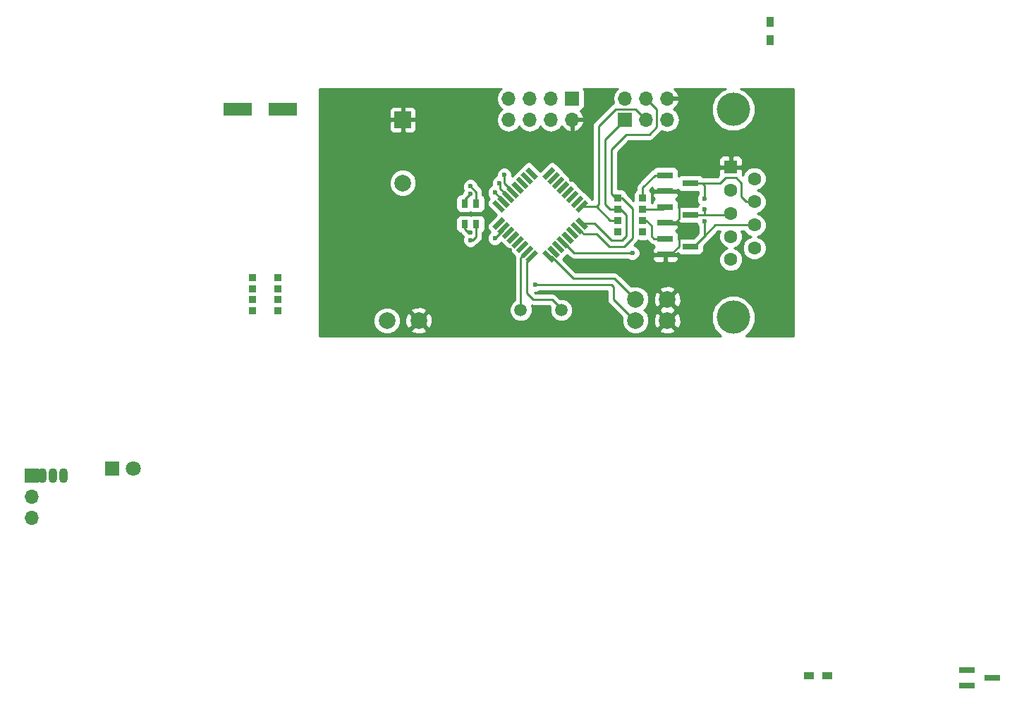
<source format=gbr>
G04 #@! TF.FileFunction,Copper,L1,Top,Signal*
%FSLAX46Y46*%
G04 Gerber Fmt 4.6, Leading zero omitted, Abs format (unit mm)*
G04 Created by KiCad (PCBNEW 4.0.7-e2-6376~58~ubuntu14.04.1) date Sat Feb  3 00:25:04 2018*
%MOMM*%
%LPD*%
G01*
G04 APERTURE LIST*
%ADD10C,0.100000*%
%ADD11C,1.998980*%
%ADD12R,3.500000X1.600000*%
%ADD13R,0.800000X1.000000*%
%ADD14R,1.700000X1.700000*%
%ADD15O,1.700000X1.700000*%
%ADD16R,1.600000X1.600000*%
%ADD17C,1.600000*%
%ADD18C,4.000000*%
%ADD19R,1.900000X0.800000*%
%ADD20C,1.500000*%
%ADD21R,1.200000X0.900000*%
%ADD22R,0.900000X1.200000*%
%ADD23R,0.900000X0.900000*%
%ADD24R,1.070000X1.800000*%
%ADD25O,1.070000X1.800000*%
%ADD26R,1.800000X1.800000*%
%ADD27C,1.800000*%
%ADD28R,2.000000X2.000000*%
%ADD29C,2.000000*%
%ADD30C,0.600000*%
%ADD31C,0.250000*%
%ADD32C,0.254000*%
G04 APERTURE END LIST*
D10*
D11*
X121920000Y-106045000D03*
X125730000Y-106045000D03*
D12*
X109380000Y-80645000D03*
X103980000Y-80645000D03*
D13*
X132653000Y-91968000D03*
X132653000Y-94468000D03*
X131253000Y-94468000D03*
X131253000Y-91968000D03*
D14*
X144145000Y-79375000D03*
D15*
X144145000Y-81915000D03*
X141605000Y-79375000D03*
X141605000Y-81915000D03*
X139065000Y-79375000D03*
X139065000Y-81915000D03*
X136525000Y-79375000D03*
X136525000Y-81915000D03*
D16*
X163195000Y-87630000D03*
D17*
X163195000Y-90400000D03*
X163195000Y-93170000D03*
X163195000Y-95940000D03*
X163195000Y-98710000D03*
X166035000Y-89015000D03*
X166035000Y-91785000D03*
X166035000Y-94555000D03*
X166035000Y-97325000D03*
D18*
X163495000Y-105670000D03*
X163495000Y-80670000D03*
D11*
X155575000Y-103505000D03*
X151765000Y-103505000D03*
D19*
X191558286Y-148044000D03*
X191558286Y-149944000D03*
X194558286Y-148994000D03*
X155345000Y-96205000D03*
X155345000Y-98105000D03*
X158345000Y-97155000D03*
X155345000Y-92395000D03*
X155345000Y-94295000D03*
X158345000Y-93345000D03*
X155345000Y-88585000D03*
X155345000Y-90485000D03*
X158345000Y-89535000D03*
D20*
X142875000Y-104775000D03*
X137995000Y-104775000D03*
D21*
X172594000Y-148694000D03*
X174794000Y-148694000D03*
D22*
X167894000Y-70147000D03*
X167894000Y-72347000D03*
D23*
X105815000Y-100870000D03*
X105815000Y-104870000D03*
X105815000Y-102210000D03*
X105815000Y-103530000D03*
X108815000Y-102210000D03*
X108815000Y-100870000D03*
X108815000Y-104870000D03*
X108815000Y-103530000D03*
X149630000Y-91345000D03*
X149630000Y-95345000D03*
X149630000Y-92685000D03*
X149630000Y-94005000D03*
X152630000Y-92685000D03*
X152630000Y-91345000D03*
X152630000Y-95345000D03*
X152630000Y-94005000D03*
D11*
X155575000Y-106045000D03*
X151765000Y-106045000D03*
D10*
G36*
X134978666Y-95130445D02*
X134589757Y-94741536D01*
X135721128Y-93610165D01*
X136110037Y-93999074D01*
X134978666Y-95130445D01*
X134978666Y-95130445D01*
G37*
G36*
X135544352Y-95696130D02*
X135155443Y-95307221D01*
X136286814Y-94175850D01*
X136675723Y-94564759D01*
X135544352Y-95696130D01*
X135544352Y-95696130D01*
G37*
G36*
X136110037Y-96261816D02*
X135721128Y-95872907D01*
X136852499Y-94741536D01*
X137241408Y-95130445D01*
X136110037Y-96261816D01*
X136110037Y-96261816D01*
G37*
G36*
X136675722Y-96827501D02*
X136286813Y-96438592D01*
X137418184Y-95307221D01*
X137807093Y-95696130D01*
X136675722Y-96827501D01*
X136675722Y-96827501D01*
G37*
G36*
X137241408Y-97393187D02*
X136852499Y-97004278D01*
X137983870Y-95872907D01*
X138372779Y-96261816D01*
X137241408Y-97393187D01*
X137241408Y-97393187D01*
G37*
G36*
X137807093Y-97958872D02*
X137418184Y-97569963D01*
X138549555Y-96438592D01*
X138938464Y-96827501D01*
X137807093Y-97958872D01*
X137807093Y-97958872D01*
G37*
G36*
X138372779Y-98524557D02*
X137983870Y-98135648D01*
X139115241Y-97004277D01*
X139504150Y-97393186D01*
X138372779Y-98524557D01*
X138372779Y-98524557D01*
G37*
G36*
X138938464Y-99090243D02*
X138549555Y-98701334D01*
X139680926Y-97569963D01*
X140069835Y-97958872D01*
X138938464Y-99090243D01*
X138938464Y-99090243D01*
G37*
G36*
X142120445Y-98701334D02*
X141731536Y-99090243D01*
X140600165Y-97958872D01*
X140989074Y-97569963D01*
X142120445Y-98701334D01*
X142120445Y-98701334D01*
G37*
G36*
X142686130Y-98135648D02*
X142297221Y-98524557D01*
X141165850Y-97393186D01*
X141554759Y-97004277D01*
X142686130Y-98135648D01*
X142686130Y-98135648D01*
G37*
G36*
X143251816Y-97569963D02*
X142862907Y-97958872D01*
X141731536Y-96827501D01*
X142120445Y-96438592D01*
X143251816Y-97569963D01*
X143251816Y-97569963D01*
G37*
G36*
X143817501Y-97004278D02*
X143428592Y-97393187D01*
X142297221Y-96261816D01*
X142686130Y-95872907D01*
X143817501Y-97004278D01*
X143817501Y-97004278D01*
G37*
G36*
X144383187Y-96438592D02*
X143994278Y-96827501D01*
X142862907Y-95696130D01*
X143251816Y-95307221D01*
X144383187Y-96438592D01*
X144383187Y-96438592D01*
G37*
G36*
X144948872Y-95872907D02*
X144559963Y-96261816D01*
X143428592Y-95130445D01*
X143817501Y-94741536D01*
X144948872Y-95872907D01*
X144948872Y-95872907D01*
G37*
G36*
X145514557Y-95307221D02*
X145125648Y-95696130D01*
X143994277Y-94564759D01*
X144383186Y-94175850D01*
X145514557Y-95307221D01*
X145514557Y-95307221D01*
G37*
G36*
X146080243Y-94741536D02*
X145691334Y-95130445D01*
X144559963Y-93999074D01*
X144948872Y-93610165D01*
X146080243Y-94741536D01*
X146080243Y-94741536D01*
G37*
G36*
X144948872Y-93079835D02*
X144559963Y-92690926D01*
X145691334Y-91559555D01*
X146080243Y-91948464D01*
X144948872Y-93079835D01*
X144948872Y-93079835D01*
G37*
G36*
X144383186Y-92514150D02*
X143994277Y-92125241D01*
X145125648Y-90993870D01*
X145514557Y-91382779D01*
X144383186Y-92514150D01*
X144383186Y-92514150D01*
G37*
G36*
X143817501Y-91948464D02*
X143428592Y-91559555D01*
X144559963Y-90428184D01*
X144948872Y-90817093D01*
X143817501Y-91948464D01*
X143817501Y-91948464D01*
G37*
G36*
X143251816Y-91382779D02*
X142862907Y-90993870D01*
X143994278Y-89862499D01*
X144383187Y-90251408D01*
X143251816Y-91382779D01*
X143251816Y-91382779D01*
G37*
G36*
X142686130Y-90817093D02*
X142297221Y-90428184D01*
X143428592Y-89296813D01*
X143817501Y-89685722D01*
X142686130Y-90817093D01*
X142686130Y-90817093D01*
G37*
G36*
X142120445Y-90251408D02*
X141731536Y-89862499D01*
X142862907Y-88731128D01*
X143251816Y-89120037D01*
X142120445Y-90251408D01*
X142120445Y-90251408D01*
G37*
G36*
X141554759Y-89685723D02*
X141165850Y-89296814D01*
X142297221Y-88165443D01*
X142686130Y-88554352D01*
X141554759Y-89685723D01*
X141554759Y-89685723D01*
G37*
G36*
X140989074Y-89120037D02*
X140600165Y-88731128D01*
X141731536Y-87599757D01*
X142120445Y-87988666D01*
X140989074Y-89120037D01*
X140989074Y-89120037D01*
G37*
G36*
X140069835Y-88731128D02*
X139680926Y-89120037D01*
X138549555Y-87988666D01*
X138938464Y-87599757D01*
X140069835Y-88731128D01*
X140069835Y-88731128D01*
G37*
G36*
X139504150Y-89296814D02*
X139115241Y-89685723D01*
X137983870Y-88554352D01*
X138372779Y-88165443D01*
X139504150Y-89296814D01*
X139504150Y-89296814D01*
G37*
G36*
X138938464Y-89862499D02*
X138549555Y-90251408D01*
X137418184Y-89120037D01*
X137807093Y-88731128D01*
X138938464Y-89862499D01*
X138938464Y-89862499D01*
G37*
G36*
X138372779Y-90428184D02*
X137983870Y-90817093D01*
X136852499Y-89685722D01*
X137241408Y-89296813D01*
X138372779Y-90428184D01*
X138372779Y-90428184D01*
G37*
G36*
X137807093Y-90993870D02*
X137418184Y-91382779D01*
X136286813Y-90251408D01*
X136675722Y-89862499D01*
X137807093Y-90993870D01*
X137807093Y-90993870D01*
G37*
G36*
X137241408Y-91559555D02*
X136852499Y-91948464D01*
X135721128Y-90817093D01*
X136110037Y-90428184D01*
X137241408Y-91559555D01*
X137241408Y-91559555D01*
G37*
G36*
X136675723Y-92125241D02*
X136286814Y-92514150D01*
X135155443Y-91382779D01*
X135544352Y-90993870D01*
X136675723Y-92125241D01*
X136675723Y-92125241D01*
G37*
G36*
X136110037Y-92690926D02*
X135721128Y-93079835D01*
X134589757Y-91948464D01*
X134978666Y-91559555D01*
X136110037Y-92690926D01*
X136110037Y-92690926D01*
G37*
D24*
X79248000Y-124714000D03*
D25*
X80518000Y-124714000D03*
X81788000Y-124714000D03*
X83058000Y-124714000D03*
D14*
X150495000Y-81915000D03*
D15*
X150495000Y-79375000D03*
X153035000Y-81915000D03*
X153035000Y-79375000D03*
X155575000Y-81915000D03*
X155575000Y-79375000D03*
D26*
X88900000Y-123825000D03*
D27*
X91440000Y-123825000D03*
D14*
X79248000Y-124714000D03*
D15*
X79248000Y-127254000D03*
X79248000Y-129794000D03*
D28*
X123825000Y-81915000D03*
D29*
X123825000Y-89515000D03*
D30*
X140462000Y-105979000D03*
X131953000Y-96393000D03*
X151384000Y-97917000D03*
X136017000Y-88519000D03*
X134874000Y-96139000D03*
X139700000Y-101727000D03*
X135382000Y-89535000D03*
X134874000Y-90678000D03*
X131953000Y-89916000D03*
X131953000Y-95504000D03*
X131953000Y-90805000D03*
X160020000Y-94107000D03*
X160020000Y-92710000D03*
X160020000Y-91440000D03*
D31*
X137995000Y-104775000D02*
X137995000Y-98513427D01*
X137995000Y-98513427D02*
X138744010Y-97764417D01*
X155345000Y-94295000D02*
X156530000Y-94295000D01*
X156525000Y-90485000D02*
X155345000Y-90485000D01*
X156972000Y-90932000D02*
X156525000Y-90485000D01*
X156972000Y-93853000D02*
X156972000Y-90932000D01*
X156530000Y-94295000D02*
X156972000Y-93853000D01*
X155345000Y-98105000D02*
X156022000Y-98105000D01*
X156022000Y-98105000D02*
X156972000Y-97155000D01*
X156972000Y-97155000D02*
X156972000Y-94742000D01*
X156972000Y-94742000D02*
X156525000Y-94295000D01*
X156525000Y-94295000D02*
X155345000Y-94295000D01*
X140462000Y-105979000D02*
X140462000Y-106045000D01*
X142875000Y-104775000D02*
X142875000Y-104648000D01*
X142875000Y-104648000D02*
X141732000Y-103505000D01*
X138684000Y-98955798D02*
X139309695Y-98330103D01*
X138684000Y-102743000D02*
X138684000Y-98955798D01*
X139446000Y-103505000D02*
X138684000Y-102743000D01*
X141732000Y-103505000D02*
X139446000Y-103505000D01*
X132653000Y-94468000D02*
X132653000Y-95947000D01*
X132207000Y-96393000D02*
X131953000Y-96393000D01*
X132653000Y-95947000D02*
X132207000Y-96393000D01*
X132653000Y-94172000D02*
X132653000Y-94468000D01*
X143057361Y-96633047D02*
X143115047Y-96633047D01*
X143115047Y-96633047D02*
X144399000Y-97917000D01*
X144399000Y-97917000D02*
X151384000Y-97917000D01*
X136017000Y-88519000D02*
X136017000Y-89535000D01*
X136017000Y-89535000D02*
X137046953Y-90564953D01*
X137046953Y-90564953D02*
X137046953Y-90622639D01*
X151765000Y-106045000D02*
X151638000Y-106045000D01*
X151638000Y-106045000D02*
X149098000Y-103505000D01*
X134874000Y-96139000D02*
X135915583Y-95097417D01*
X148844000Y-101727000D02*
X139700000Y-101727000D01*
X149098000Y-101981000D02*
X148844000Y-101727000D01*
X149098000Y-103505000D02*
X149098000Y-101981000D01*
X135915583Y-95097417D02*
X135915583Y-94935990D01*
X136077010Y-94935990D02*
X135915583Y-94935990D01*
X141360305Y-98330103D02*
X141637103Y-98330103D01*
X141637103Y-98330103D02*
X144272000Y-100965000D01*
X144272000Y-100965000D02*
X149225000Y-100965000D01*
X149225000Y-100965000D02*
X151765000Y-103505000D01*
X148844000Y-89027000D02*
X148844000Y-85471000D01*
X148844000Y-90805000D02*
X148844000Y-89027000D01*
X149384000Y-91345000D02*
X148844000Y-90805000D01*
X154305000Y-80645000D02*
X153035000Y-79375000D01*
X154305000Y-82804000D02*
X154305000Y-80645000D01*
X153416000Y-83693000D02*
X154305000Y-82804000D01*
X150622000Y-83693000D02*
X153416000Y-83693000D01*
X148844000Y-85471000D02*
X150622000Y-83693000D01*
X144754417Y-94935990D02*
X144846990Y-94935990D01*
X144846990Y-94935990D02*
X145542000Y-95631000D01*
X145542000Y-95631000D02*
X147066000Y-95631000D01*
X147066000Y-95631000D02*
X148590000Y-97155000D01*
X148590000Y-97155000D02*
X150368000Y-97155000D01*
X150368000Y-97155000D02*
X151384000Y-96139000D01*
X151384000Y-96139000D02*
X151384000Y-92583000D01*
X151384000Y-92583000D02*
X150146000Y-91345000D01*
X150146000Y-91345000D02*
X149630000Y-91345000D01*
X149630000Y-91345000D02*
X149384000Y-91345000D01*
X148082000Y-89027000D02*
X148082000Y-84328000D01*
X148692000Y-92685000D02*
X148082000Y-92075000D01*
X148082000Y-92075000D02*
X148082000Y-89027000D01*
X149630000Y-92685000D02*
X148692000Y-92685000D01*
X148082000Y-84328000D02*
X150495000Y-81915000D01*
X145320103Y-94370305D02*
X146821305Y-94370305D01*
X150622000Y-93345000D02*
X149962000Y-92685000D01*
X150622000Y-95885000D02*
X150622000Y-93345000D01*
X150114000Y-96393000D02*
X150622000Y-95885000D01*
X148844000Y-96393000D02*
X150114000Y-96393000D01*
X146821305Y-94370305D02*
X148844000Y-96393000D01*
X149962000Y-92685000D02*
X149630000Y-92685000D01*
X147320000Y-89281000D02*
X147320000Y-82677000D01*
X147075305Y-92319695D02*
X147320000Y-92075000D01*
X147320000Y-92075000D02*
X147320000Y-89281000D01*
X147056695Y-92319695D02*
X147075305Y-92319695D01*
X151765000Y-80645000D02*
X153035000Y-81915000D01*
X149352000Y-80645000D02*
X151765000Y-80645000D01*
X147320000Y-82677000D02*
X149352000Y-80645000D01*
X145320103Y-92319695D02*
X147056695Y-92319695D01*
X148742000Y-94005000D02*
X149630000Y-94005000D01*
X147056695Y-92319695D02*
X148742000Y-94005000D01*
X135382000Y-89535000D02*
X135509000Y-89662000D01*
X135509000Y-89662000D02*
X135509000Y-90216056D01*
X135509000Y-90216056D02*
X136481268Y-91188324D01*
X134874000Y-90678000D02*
X135915583Y-91719583D01*
X135915583Y-91719583D02*
X135915583Y-91754010D01*
X132653000Y-91968000D02*
X132653000Y-90616000D01*
X132653000Y-90616000D02*
X131953000Y-89916000D01*
X131253000Y-94468000D02*
X131253000Y-95058000D01*
X131699000Y-95504000D02*
X131953000Y-95504000D01*
X131253000Y-95058000D02*
X131699000Y-95504000D01*
X131253000Y-94468000D02*
X131253000Y-94677000D01*
X131953000Y-90805000D02*
X131253000Y-91505000D01*
X131253000Y-91505000D02*
X131253000Y-91968000D01*
X152630000Y-94005000D02*
X153060000Y-94005000D01*
X153060000Y-94005000D02*
X153670000Y-94615000D01*
X153670000Y-94615000D02*
X153670000Y-95885000D01*
X153670000Y-95885000D02*
X153990000Y-96205000D01*
X153990000Y-96205000D02*
X155345000Y-96205000D01*
X160020000Y-95885000D02*
X160020000Y-94107000D01*
X158345000Y-97155000D02*
X158750000Y-97155000D01*
X158750000Y-97155000D02*
X160020000Y-95885000D01*
X160020000Y-95885000D02*
X161350000Y-94555000D01*
X161350000Y-94555000D02*
X166035000Y-94555000D01*
X152630000Y-92685000D02*
X155055000Y-92685000D01*
X155055000Y-92685000D02*
X155345000Y-92395000D01*
X160020000Y-93345000D02*
X160020000Y-92710000D01*
X158345000Y-93345000D02*
X160020000Y-93345000D01*
X160020000Y-93345000D02*
X163020000Y-93345000D01*
X163020000Y-93345000D02*
X163195000Y-93170000D01*
X152630000Y-91345000D02*
X152630000Y-90067000D01*
X154112000Y-88585000D02*
X155345000Y-88585000D01*
X152630000Y-90067000D02*
X154112000Y-88585000D01*
X158345000Y-89535000D02*
X159766000Y-89535000D01*
X160020000Y-89789000D02*
X160020000Y-91440000D01*
X159766000Y-89535000D02*
X160020000Y-89789000D01*
X158345000Y-89535000D02*
X161925000Y-89535000D01*
X165064000Y-91785000D02*
X166035000Y-91785000D01*
X164465000Y-91186000D02*
X165064000Y-91785000D01*
X164465000Y-89535000D02*
X164465000Y-91186000D01*
X163830000Y-88900000D02*
X164465000Y-89535000D01*
X162560000Y-88900000D02*
X163830000Y-88900000D01*
X161925000Y-89535000D02*
X162560000Y-88900000D01*
D32*
G36*
X135474946Y-78295853D02*
X135153039Y-78777622D01*
X135040000Y-79345907D01*
X135040000Y-79404093D01*
X135153039Y-79972378D01*
X135474946Y-80454147D01*
X135760578Y-80645000D01*
X135474946Y-80835853D01*
X135153039Y-81317622D01*
X135040000Y-81885907D01*
X135040000Y-81944093D01*
X135153039Y-82512378D01*
X135474946Y-82994147D01*
X135956715Y-83316054D01*
X136525000Y-83429093D01*
X137093285Y-83316054D01*
X137575054Y-82994147D01*
X137795000Y-82664974D01*
X138014946Y-82994147D01*
X138496715Y-83316054D01*
X139065000Y-83429093D01*
X139633285Y-83316054D01*
X140115054Y-82994147D01*
X140335000Y-82664974D01*
X140554946Y-82994147D01*
X141036715Y-83316054D01*
X141605000Y-83429093D01*
X142173285Y-83316054D01*
X142655054Y-82994147D01*
X142882702Y-82653447D01*
X142949817Y-82796358D01*
X143378076Y-83186645D01*
X143788110Y-83356476D01*
X144018000Y-83235155D01*
X144018000Y-82042000D01*
X144272000Y-82042000D01*
X144272000Y-83235155D01*
X144501890Y-83356476D01*
X144911924Y-83186645D01*
X145340183Y-82796358D01*
X145586486Y-82271892D01*
X145465819Y-82042000D01*
X144272000Y-82042000D01*
X144018000Y-82042000D01*
X143998000Y-82042000D01*
X143998000Y-81788000D01*
X144018000Y-81788000D01*
X144018000Y-81768000D01*
X144272000Y-81768000D01*
X144272000Y-81788000D01*
X145465819Y-81788000D01*
X145586486Y-81558108D01*
X145340183Y-81033642D01*
X145134496Y-80846192D01*
X145230317Y-80828162D01*
X145446441Y-80689090D01*
X145591431Y-80476890D01*
X145642440Y-80225000D01*
X145642440Y-78525000D01*
X145598162Y-78289683D01*
X145527583Y-78180000D01*
X149618333Y-78180000D01*
X149444946Y-78295853D01*
X149123039Y-78777622D01*
X149010000Y-79345907D01*
X149010000Y-79404093D01*
X149115034Y-79932136D01*
X149061161Y-79942852D01*
X148814599Y-80107599D01*
X146782599Y-82139599D01*
X146617852Y-82386161D01*
X146560000Y-82677000D01*
X146560000Y-91523749D01*
X146538052Y-91490655D01*
X146149143Y-91101746D01*
X146040267Y-91027354D01*
X145972366Y-90924970D01*
X145583457Y-90536061D01*
X145474584Y-90461671D01*
X145406681Y-90359284D01*
X145017772Y-89970375D01*
X144908898Y-89895984D01*
X144840996Y-89793599D01*
X144452087Y-89404690D01*
X144363278Y-89344009D01*
X144355828Y-89326024D01*
X144274115Y-89244311D01*
X144137783Y-89244311D01*
X144003222Y-89215121D01*
X143875286Y-89239194D01*
X143899194Y-89128981D01*
X143870003Y-88973843D01*
X143870003Y-88840199D01*
X143966919Y-88937114D01*
X143788290Y-88758486D01*
X143767847Y-88750018D01*
X143709625Y-88662228D01*
X143320716Y-88273319D01*
X143211840Y-88198927D01*
X143143939Y-88096543D01*
X142755030Y-87707634D01*
X142646157Y-87633244D01*
X142578254Y-87530857D01*
X142189345Y-87141948D01*
X141991642Y-87006863D01*
X141740480Y-86952379D01*
X141487909Y-86999903D01*
X141273727Y-87141948D01*
X140335000Y-88080675D01*
X139396273Y-87141948D01*
X139198570Y-87006863D01*
X138947408Y-86952379D01*
X138694837Y-86999903D01*
X138480655Y-87141948D01*
X138091746Y-87530857D01*
X138017354Y-87639733D01*
X137914970Y-87707634D01*
X137526061Y-88096543D01*
X137451671Y-88205416D01*
X137349284Y-88273319D01*
X136960375Y-88662228D01*
X136951865Y-88674683D01*
X136952162Y-88333833D01*
X136810117Y-87990057D01*
X136547327Y-87726808D01*
X136203799Y-87584162D01*
X135831833Y-87583838D01*
X135488057Y-87725883D01*
X135224808Y-87988673D01*
X135082162Y-88332201D01*
X135081888Y-88647332D01*
X134853057Y-88741883D01*
X134589808Y-89004673D01*
X134447162Y-89348201D01*
X134446838Y-89720167D01*
X134490129Y-89824940D01*
X134345057Y-89884883D01*
X134081808Y-90147673D01*
X133939162Y-90491201D01*
X133938838Y-90863167D01*
X134080883Y-91206943D01*
X134248125Y-91374478D01*
X134131948Y-91490655D01*
X133996863Y-91688358D01*
X133942379Y-91939520D01*
X133989903Y-92192091D01*
X134131948Y-92406273D01*
X135070675Y-93345000D01*
X134131948Y-94283727D01*
X133996863Y-94481430D01*
X133942379Y-94732592D01*
X133989903Y-94985163D01*
X134131948Y-95199345D01*
X134311742Y-95379139D01*
X134081808Y-95608673D01*
X133939162Y-95952201D01*
X133938838Y-96324167D01*
X134080883Y-96667943D01*
X134343673Y-96931192D01*
X134687201Y-97073838D01*
X135059167Y-97074162D01*
X135402943Y-96932117D01*
X135642837Y-96692641D01*
X135666192Y-96669327D01*
X135668626Y-96663465D01*
X135668626Y-96718430D01*
X135750339Y-96800143D01*
X135770782Y-96808611D01*
X135829004Y-96896401D01*
X136217913Y-97285310D01*
X136306722Y-97345991D01*
X136314172Y-97363976D01*
X136395885Y-97445689D01*
X136532217Y-97445689D01*
X136666778Y-97474879D01*
X136794714Y-97450806D01*
X136770806Y-97561019D01*
X136799997Y-97716157D01*
X136799997Y-97849801D01*
X136881710Y-97931514D01*
X136902153Y-97939982D01*
X136960375Y-98027772D01*
X137270012Y-98337409D01*
X137235000Y-98513427D01*
X137235000Y-103590453D01*
X137211485Y-103600169D01*
X136821539Y-103989436D01*
X136610241Y-104498298D01*
X136609760Y-105049285D01*
X136820169Y-105558515D01*
X137209436Y-105948461D01*
X137718298Y-106159759D01*
X138269285Y-106160240D01*
X138778515Y-105949831D01*
X139168461Y-105560564D01*
X139379759Y-105051702D01*
X139380240Y-104500715D01*
X139268234Y-104229640D01*
X139446000Y-104265000D01*
X141417198Y-104265000D01*
X141537260Y-104385062D01*
X141490241Y-104498298D01*
X141489760Y-105049285D01*
X141700169Y-105558515D01*
X142089436Y-105948461D01*
X142598298Y-106159759D01*
X143149285Y-106160240D01*
X143658515Y-105949831D01*
X144048461Y-105560564D01*
X144259759Y-105051702D01*
X144260240Y-104500715D01*
X144049831Y-103991485D01*
X143660564Y-103601539D01*
X143151702Y-103390241D01*
X142691641Y-103389839D01*
X142269401Y-102967599D01*
X142022839Y-102802852D01*
X141732000Y-102745000D01*
X139760802Y-102745000D01*
X139677783Y-102661981D01*
X139885167Y-102662162D01*
X140228943Y-102520117D01*
X140262118Y-102487000D01*
X148338000Y-102487000D01*
X148338000Y-103505000D01*
X148395852Y-103795839D01*
X148560599Y-104042401D01*
X150161853Y-105643655D01*
X150130794Y-105718453D01*
X150130226Y-106368694D01*
X150378538Y-106969655D01*
X150837927Y-107429846D01*
X151438453Y-107679206D01*
X152088694Y-107679774D01*
X152689655Y-107431462D01*
X152924363Y-107197163D01*
X154602443Y-107197163D01*
X154701042Y-107463965D01*
X155310582Y-107690401D01*
X155960377Y-107666341D01*
X156448958Y-107463965D01*
X156547557Y-107197163D01*
X155575000Y-106224605D01*
X154602443Y-107197163D01*
X152924363Y-107197163D01*
X153149846Y-106972073D01*
X153399206Y-106371547D01*
X153399722Y-105780582D01*
X153929599Y-105780582D01*
X153953659Y-106430377D01*
X154156035Y-106918958D01*
X154422837Y-107017557D01*
X155395395Y-106045000D01*
X155754605Y-106045000D01*
X156727163Y-107017557D01*
X156993965Y-106918958D01*
X157220401Y-106309418D01*
X157196341Y-105659623D01*
X156993965Y-105171042D01*
X156727163Y-105072443D01*
X155754605Y-106045000D01*
X155395395Y-106045000D01*
X154422837Y-105072443D01*
X154156035Y-105171042D01*
X153929599Y-105780582D01*
X153399722Y-105780582D01*
X153399774Y-105721306D01*
X153151462Y-105120345D01*
X152806520Y-104774801D01*
X152924363Y-104657163D01*
X154602443Y-104657163D01*
X154645991Y-104775000D01*
X154602443Y-104892837D01*
X155575000Y-105865395D01*
X156547557Y-104892837D01*
X156504009Y-104775000D01*
X156547557Y-104657163D01*
X155575000Y-103684605D01*
X154602443Y-104657163D01*
X152924363Y-104657163D01*
X153149846Y-104432073D01*
X153399206Y-103831547D01*
X153399722Y-103240582D01*
X153929599Y-103240582D01*
X153953659Y-103890377D01*
X154156035Y-104378958D01*
X154422837Y-104477557D01*
X155395395Y-103505000D01*
X155754605Y-103505000D01*
X156727163Y-104477557D01*
X156993965Y-104378958D01*
X157220401Y-103769418D01*
X157196341Y-103119623D01*
X156993965Y-102631042D01*
X156727163Y-102532443D01*
X155754605Y-103505000D01*
X155395395Y-103505000D01*
X154422837Y-102532443D01*
X154156035Y-102631042D01*
X153929599Y-103240582D01*
X153399722Y-103240582D01*
X153399774Y-103181306D01*
X153151462Y-102580345D01*
X152924351Y-102352837D01*
X154602443Y-102352837D01*
X155575000Y-103325395D01*
X156547557Y-102352837D01*
X156448958Y-102086035D01*
X155839418Y-101859599D01*
X155189623Y-101883659D01*
X154701042Y-102086035D01*
X154602443Y-102352837D01*
X152924351Y-102352837D01*
X152692073Y-102120154D01*
X152091547Y-101870794D01*
X151441306Y-101870226D01*
X151274111Y-101939309D01*
X149762401Y-100427599D01*
X149515839Y-100262852D01*
X149225000Y-100205000D01*
X144586802Y-100205000D01*
X143059599Y-98677797D01*
X143143939Y-98593457D01*
X143218329Y-98484584D01*
X143320716Y-98416681D01*
X143572298Y-98165100D01*
X143861599Y-98454401D01*
X144108161Y-98619148D01*
X144399000Y-98677000D01*
X150821537Y-98677000D01*
X150853673Y-98709192D01*
X151197201Y-98851838D01*
X151569167Y-98852162D01*
X151912943Y-98710117D01*
X152176192Y-98447327D01*
X152199684Y-98390750D01*
X153760000Y-98390750D01*
X153760000Y-98631310D01*
X153856673Y-98864699D01*
X154035302Y-99043327D01*
X154268691Y-99140000D01*
X155059250Y-99140000D01*
X155218000Y-98981250D01*
X155218000Y-98232000D01*
X155472000Y-98232000D01*
X155472000Y-98981250D01*
X155630750Y-99140000D01*
X156421309Y-99140000D01*
X156654698Y-99043327D01*
X156833327Y-98864699D01*
X156930000Y-98631310D01*
X156930000Y-98390750D01*
X156771250Y-98232000D01*
X155472000Y-98232000D01*
X155218000Y-98232000D01*
X153918750Y-98232000D01*
X153760000Y-98390750D01*
X152199684Y-98390750D01*
X152318838Y-98103799D01*
X152319162Y-97731833D01*
X152177117Y-97388057D01*
X151914327Y-97124808D01*
X151602483Y-96995319D01*
X151921401Y-96676401D01*
X152086148Y-96429839D01*
X152087373Y-96423682D01*
X152180000Y-96442440D01*
X153080000Y-96442440D01*
X153141135Y-96430937D01*
X153452599Y-96742401D01*
X153699160Y-96907148D01*
X153854759Y-96938099D01*
X153930910Y-97056441D01*
X154070750Y-97151990D01*
X154035302Y-97166673D01*
X153856673Y-97345301D01*
X153760000Y-97578690D01*
X153760000Y-97819250D01*
X153918750Y-97978000D01*
X155218000Y-97978000D01*
X155218000Y-97958000D01*
X155472000Y-97958000D01*
X155472000Y-97978000D01*
X156771250Y-97978000D01*
X156857262Y-97891988D01*
X156930910Y-98006441D01*
X157143110Y-98151431D01*
X157395000Y-98202440D01*
X159295000Y-98202440D01*
X159530317Y-98158162D01*
X159746441Y-98019090D01*
X159891431Y-97806890D01*
X159942440Y-97555000D01*
X159942440Y-97037362D01*
X161664802Y-95315000D01*
X161900728Y-95315000D01*
X161760250Y-95653309D01*
X161759752Y-96224187D01*
X161977757Y-96751800D01*
X162381077Y-97155824D01*
X162788850Y-97325146D01*
X162383200Y-97492757D01*
X161979176Y-97896077D01*
X161760250Y-98423309D01*
X161759752Y-98994187D01*
X161977757Y-99521800D01*
X162381077Y-99925824D01*
X162908309Y-100144750D01*
X163479187Y-100145248D01*
X164006800Y-99927243D01*
X164410824Y-99523923D01*
X164629750Y-98996691D01*
X164630248Y-98425813D01*
X164412243Y-97898200D01*
X164008923Y-97494176D01*
X163601150Y-97324854D01*
X164006800Y-97157243D01*
X164410824Y-96753923D01*
X164629750Y-96226691D01*
X164630248Y-95655813D01*
X164489427Y-95315000D01*
X164796354Y-95315000D01*
X164817757Y-95366800D01*
X165221077Y-95770824D01*
X165628850Y-95940146D01*
X165223200Y-96107757D01*
X164819176Y-96511077D01*
X164600250Y-97038309D01*
X164599752Y-97609187D01*
X164817757Y-98136800D01*
X165221077Y-98540824D01*
X165748309Y-98759750D01*
X166319187Y-98760248D01*
X166846800Y-98542243D01*
X167250824Y-98138923D01*
X167469750Y-97611691D01*
X167470248Y-97040813D01*
X167252243Y-96513200D01*
X166848923Y-96109176D01*
X166441150Y-95939854D01*
X166846800Y-95772243D01*
X167250824Y-95368923D01*
X167469750Y-94841691D01*
X167470248Y-94270813D01*
X167252243Y-93743200D01*
X166848923Y-93339176D01*
X166441150Y-93169854D01*
X166846800Y-93002243D01*
X167250824Y-92598923D01*
X167469750Y-92071691D01*
X167470248Y-91500813D01*
X167252243Y-90973200D01*
X166848923Y-90569176D01*
X166441150Y-90399854D01*
X166846800Y-90232243D01*
X167250824Y-89828923D01*
X167469750Y-89301691D01*
X167470248Y-88730813D01*
X167252243Y-88203200D01*
X166848923Y-87799176D01*
X166321691Y-87580250D01*
X165750813Y-87579752D01*
X165223200Y-87797757D01*
X164819176Y-88201077D01*
X164639232Y-88634430D01*
X164609823Y-88605021D01*
X164630000Y-88556309D01*
X164630000Y-87915750D01*
X164471250Y-87757000D01*
X163322000Y-87757000D01*
X163322000Y-87777000D01*
X163068000Y-87777000D01*
X163068000Y-87757000D01*
X161918750Y-87757000D01*
X161760000Y-87915750D01*
X161760000Y-88556309D01*
X161780177Y-88605021D01*
X161610198Y-88775000D01*
X159817931Y-88775000D01*
X159759090Y-88683559D01*
X159546890Y-88538569D01*
X159295000Y-88487560D01*
X157395000Y-88487560D01*
X157159683Y-88531838D01*
X156943559Y-88670910D01*
X156942440Y-88672548D01*
X156942440Y-88185000D01*
X156898162Y-87949683D01*
X156759090Y-87733559D01*
X156546890Y-87588569D01*
X156295000Y-87537560D01*
X154395000Y-87537560D01*
X154159683Y-87581838D01*
X153943559Y-87720910D01*
X153834757Y-87880148D01*
X153821161Y-87882852D01*
X153821159Y-87882853D01*
X153821160Y-87882853D01*
X153574598Y-88047599D01*
X152092599Y-89529599D01*
X151927852Y-89776161D01*
X151870000Y-90067000D01*
X151870000Y-90339895D01*
X151728559Y-90430910D01*
X151583569Y-90643110D01*
X151532560Y-90895000D01*
X151532560Y-91656758D01*
X150717390Y-90841588D01*
X150683162Y-90659683D01*
X150544090Y-90443559D01*
X150331890Y-90298569D01*
X150080000Y-90247560D01*
X149604000Y-90247560D01*
X149604000Y-86703691D01*
X161760000Y-86703691D01*
X161760000Y-87344250D01*
X161918750Y-87503000D01*
X163068000Y-87503000D01*
X163068000Y-86353750D01*
X163322000Y-86353750D01*
X163322000Y-87503000D01*
X164471250Y-87503000D01*
X164630000Y-87344250D01*
X164630000Y-86703691D01*
X164533327Y-86470302D01*
X164354699Y-86291673D01*
X164121310Y-86195000D01*
X163480750Y-86195000D01*
X163322000Y-86353750D01*
X163068000Y-86353750D01*
X162909250Y-86195000D01*
X162268690Y-86195000D01*
X162035301Y-86291673D01*
X161856673Y-86470302D01*
X161760000Y-86703691D01*
X149604000Y-86703691D01*
X149604000Y-85785802D01*
X150936802Y-84453000D01*
X153416000Y-84453000D01*
X153706839Y-84395148D01*
X153953401Y-84230401D01*
X154842401Y-83341401D01*
X154904826Y-83247974D01*
X155006715Y-83316054D01*
X155575000Y-83429093D01*
X156143285Y-83316054D01*
X156625054Y-82994147D01*
X156946961Y-82512378D01*
X157060000Y-81944093D01*
X157060000Y-81885907D01*
X156946961Y-81317622D01*
X156625054Y-80835853D01*
X156341899Y-80646655D01*
X156341924Y-80646645D01*
X156770183Y-80256358D01*
X157016486Y-79731892D01*
X156895819Y-79502000D01*
X155702000Y-79502000D01*
X155702000Y-79522000D01*
X155448000Y-79522000D01*
X155448000Y-79502000D01*
X155428000Y-79502000D01*
X155428000Y-79248000D01*
X155448000Y-79248000D01*
X155448000Y-79228000D01*
X155702000Y-79228000D01*
X155702000Y-79248000D01*
X156895819Y-79248000D01*
X157016486Y-79018108D01*
X156770183Y-78493642D01*
X156426026Y-78180000D01*
X162621133Y-78180000D01*
X162004342Y-78434853D01*
X161262458Y-79175443D01*
X160860458Y-80143567D01*
X160859543Y-81191834D01*
X161259853Y-82160658D01*
X162000443Y-82902542D01*
X162968567Y-83304542D01*
X164016834Y-83305457D01*
X164985658Y-82905147D01*
X165727542Y-82164557D01*
X166129542Y-81196433D01*
X166130457Y-80148166D01*
X165730147Y-79179342D01*
X164989557Y-78437458D01*
X164369529Y-78180000D01*
X170740000Y-78180000D01*
X170740000Y-107875000D01*
X165015858Y-107875000D01*
X165727542Y-107164557D01*
X166129542Y-106196433D01*
X166130457Y-105148166D01*
X165730147Y-104179342D01*
X164989557Y-103437458D01*
X164021433Y-103035458D01*
X162973166Y-103034543D01*
X162004342Y-103434853D01*
X161262458Y-104175443D01*
X160860458Y-105143567D01*
X160859543Y-106191834D01*
X161259853Y-107160658D01*
X161972949Y-107875000D01*
X113792000Y-107875000D01*
X113792000Y-106368694D01*
X120285226Y-106368694D01*
X120533538Y-106969655D01*
X120992927Y-107429846D01*
X121593453Y-107679206D01*
X122243694Y-107679774D01*
X122844655Y-107431462D01*
X123079363Y-107197163D01*
X124757443Y-107197163D01*
X124856042Y-107463965D01*
X125465582Y-107690401D01*
X126115377Y-107666341D01*
X126603958Y-107463965D01*
X126702557Y-107197163D01*
X125730000Y-106224605D01*
X124757443Y-107197163D01*
X123079363Y-107197163D01*
X123304846Y-106972073D01*
X123554206Y-106371547D01*
X123554722Y-105780582D01*
X124084599Y-105780582D01*
X124108659Y-106430377D01*
X124311035Y-106918958D01*
X124577837Y-107017557D01*
X125550395Y-106045000D01*
X125909605Y-106045000D01*
X126882163Y-107017557D01*
X127148965Y-106918958D01*
X127375401Y-106309418D01*
X127351341Y-105659623D01*
X127148965Y-105171042D01*
X126882163Y-105072443D01*
X125909605Y-106045000D01*
X125550395Y-106045000D01*
X124577837Y-105072443D01*
X124311035Y-105171042D01*
X124084599Y-105780582D01*
X123554722Y-105780582D01*
X123554774Y-105721306D01*
X123306462Y-105120345D01*
X123079351Y-104892837D01*
X124757443Y-104892837D01*
X125730000Y-105865395D01*
X126702557Y-104892837D01*
X126603958Y-104626035D01*
X125994418Y-104399599D01*
X125344623Y-104423659D01*
X124856042Y-104626035D01*
X124757443Y-104892837D01*
X123079351Y-104892837D01*
X122847073Y-104660154D01*
X122246547Y-104410794D01*
X121596306Y-104410226D01*
X120995345Y-104658538D01*
X120535154Y-105117927D01*
X120285794Y-105718453D01*
X120285226Y-106368694D01*
X113792000Y-106368694D01*
X113792000Y-93968000D01*
X130205560Y-93968000D01*
X130205560Y-94968000D01*
X130249838Y-95203317D01*
X130388910Y-95419441D01*
X130601110Y-95564431D01*
X130709583Y-95586397D01*
X130715599Y-95595401D01*
X131108600Y-95988402D01*
X131018162Y-96206201D01*
X131017838Y-96578167D01*
X131159883Y-96921943D01*
X131422673Y-97185192D01*
X131766201Y-97327838D01*
X132138167Y-97328162D01*
X132481943Y-97186117D01*
X132725362Y-96943122D01*
X132744401Y-96930401D01*
X133190401Y-96484401D01*
X133355148Y-96237840D01*
X133413000Y-95947000D01*
X133413000Y-95490931D01*
X133504441Y-95432090D01*
X133649431Y-95219890D01*
X133700440Y-94968000D01*
X133700440Y-93968000D01*
X133656162Y-93732683D01*
X133517090Y-93516559D01*
X133304890Y-93371569D01*
X133053000Y-93320560D01*
X132253000Y-93320560D01*
X132017683Y-93364838D01*
X131954522Y-93405481D01*
X131904890Y-93371569D01*
X131653000Y-93320560D01*
X130853000Y-93320560D01*
X130617683Y-93364838D01*
X130401559Y-93503910D01*
X130256569Y-93716110D01*
X130205560Y-93968000D01*
X113792000Y-93968000D01*
X113792000Y-91468000D01*
X130205560Y-91468000D01*
X130205560Y-92468000D01*
X130249838Y-92703317D01*
X130388910Y-92919441D01*
X130601110Y-93064431D01*
X130853000Y-93115440D01*
X131653000Y-93115440D01*
X131888317Y-93071162D01*
X131951478Y-93030519D01*
X132001110Y-93064431D01*
X132253000Y-93115440D01*
X133053000Y-93115440D01*
X133288317Y-93071162D01*
X133504441Y-92932090D01*
X133649431Y-92719890D01*
X133700440Y-92468000D01*
X133700440Y-91468000D01*
X133656162Y-91232683D01*
X133517090Y-91016559D01*
X133413000Y-90945437D01*
X133413000Y-90616000D01*
X133355148Y-90325161D01*
X133251685Y-90170317D01*
X133190401Y-90078598D01*
X132888122Y-89776320D01*
X132888162Y-89730833D01*
X132746117Y-89387057D01*
X132483327Y-89123808D01*
X132139799Y-88981162D01*
X131767833Y-88980838D01*
X131424057Y-89122883D01*
X131160808Y-89385673D01*
X131018162Y-89729201D01*
X131017838Y-90101167D01*
X131125080Y-90360714D01*
X131018162Y-90618201D01*
X131018121Y-90665076D01*
X130862638Y-90820560D01*
X130853000Y-90820560D01*
X130617683Y-90864838D01*
X130401559Y-91003910D01*
X130256569Y-91216110D01*
X130205560Y-91468000D01*
X113792000Y-91468000D01*
X113792000Y-89838795D01*
X122189716Y-89838795D01*
X122438106Y-90439943D01*
X122897637Y-90900278D01*
X123498352Y-91149716D01*
X124148795Y-91150284D01*
X124749943Y-90901894D01*
X125210278Y-90442363D01*
X125459716Y-89841648D01*
X125460284Y-89191205D01*
X125211894Y-88590057D01*
X124752363Y-88129722D01*
X124151648Y-87880284D01*
X123501205Y-87879716D01*
X122900057Y-88128106D01*
X122439722Y-88587637D01*
X122190284Y-89188352D01*
X122189716Y-89838795D01*
X113792000Y-89838795D01*
X113792000Y-82200750D01*
X122190000Y-82200750D01*
X122190000Y-83041309D01*
X122286673Y-83274698D01*
X122465301Y-83453327D01*
X122698690Y-83550000D01*
X123539250Y-83550000D01*
X123698000Y-83391250D01*
X123698000Y-82042000D01*
X123952000Y-82042000D01*
X123952000Y-83391250D01*
X124110750Y-83550000D01*
X124951310Y-83550000D01*
X125184699Y-83453327D01*
X125363327Y-83274698D01*
X125460000Y-83041309D01*
X125460000Y-82200750D01*
X125301250Y-82042000D01*
X123952000Y-82042000D01*
X123698000Y-82042000D01*
X122348750Y-82042000D01*
X122190000Y-82200750D01*
X113792000Y-82200750D01*
X113792000Y-80788691D01*
X122190000Y-80788691D01*
X122190000Y-81629250D01*
X122348750Y-81788000D01*
X123698000Y-81788000D01*
X123698000Y-80438750D01*
X123952000Y-80438750D01*
X123952000Y-81788000D01*
X125301250Y-81788000D01*
X125460000Y-81629250D01*
X125460000Y-80788691D01*
X125363327Y-80555302D01*
X125184699Y-80376673D01*
X124951310Y-80280000D01*
X124110750Y-80280000D01*
X123952000Y-80438750D01*
X123698000Y-80438750D01*
X123539250Y-80280000D01*
X122698690Y-80280000D01*
X122465301Y-80376673D01*
X122286673Y-80555302D01*
X122190000Y-80788691D01*
X113792000Y-80788691D01*
X113792000Y-78180000D01*
X135648333Y-78180000D01*
X135474946Y-78295853D01*
X135474946Y-78295853D01*
G37*
X135474946Y-78295853D02*
X135153039Y-78777622D01*
X135040000Y-79345907D01*
X135040000Y-79404093D01*
X135153039Y-79972378D01*
X135474946Y-80454147D01*
X135760578Y-80645000D01*
X135474946Y-80835853D01*
X135153039Y-81317622D01*
X135040000Y-81885907D01*
X135040000Y-81944093D01*
X135153039Y-82512378D01*
X135474946Y-82994147D01*
X135956715Y-83316054D01*
X136525000Y-83429093D01*
X137093285Y-83316054D01*
X137575054Y-82994147D01*
X137795000Y-82664974D01*
X138014946Y-82994147D01*
X138496715Y-83316054D01*
X139065000Y-83429093D01*
X139633285Y-83316054D01*
X140115054Y-82994147D01*
X140335000Y-82664974D01*
X140554946Y-82994147D01*
X141036715Y-83316054D01*
X141605000Y-83429093D01*
X142173285Y-83316054D01*
X142655054Y-82994147D01*
X142882702Y-82653447D01*
X142949817Y-82796358D01*
X143378076Y-83186645D01*
X143788110Y-83356476D01*
X144018000Y-83235155D01*
X144018000Y-82042000D01*
X144272000Y-82042000D01*
X144272000Y-83235155D01*
X144501890Y-83356476D01*
X144911924Y-83186645D01*
X145340183Y-82796358D01*
X145586486Y-82271892D01*
X145465819Y-82042000D01*
X144272000Y-82042000D01*
X144018000Y-82042000D01*
X143998000Y-82042000D01*
X143998000Y-81788000D01*
X144018000Y-81788000D01*
X144018000Y-81768000D01*
X144272000Y-81768000D01*
X144272000Y-81788000D01*
X145465819Y-81788000D01*
X145586486Y-81558108D01*
X145340183Y-81033642D01*
X145134496Y-80846192D01*
X145230317Y-80828162D01*
X145446441Y-80689090D01*
X145591431Y-80476890D01*
X145642440Y-80225000D01*
X145642440Y-78525000D01*
X145598162Y-78289683D01*
X145527583Y-78180000D01*
X149618333Y-78180000D01*
X149444946Y-78295853D01*
X149123039Y-78777622D01*
X149010000Y-79345907D01*
X149010000Y-79404093D01*
X149115034Y-79932136D01*
X149061161Y-79942852D01*
X148814599Y-80107599D01*
X146782599Y-82139599D01*
X146617852Y-82386161D01*
X146560000Y-82677000D01*
X146560000Y-91523749D01*
X146538052Y-91490655D01*
X146149143Y-91101746D01*
X146040267Y-91027354D01*
X145972366Y-90924970D01*
X145583457Y-90536061D01*
X145474584Y-90461671D01*
X145406681Y-90359284D01*
X145017772Y-89970375D01*
X144908898Y-89895984D01*
X144840996Y-89793599D01*
X144452087Y-89404690D01*
X144363278Y-89344009D01*
X144355828Y-89326024D01*
X144274115Y-89244311D01*
X144137783Y-89244311D01*
X144003222Y-89215121D01*
X143875286Y-89239194D01*
X143899194Y-89128981D01*
X143870003Y-88973843D01*
X143870003Y-88840199D01*
X143966919Y-88937114D01*
X143788290Y-88758486D01*
X143767847Y-88750018D01*
X143709625Y-88662228D01*
X143320716Y-88273319D01*
X143211840Y-88198927D01*
X143143939Y-88096543D01*
X142755030Y-87707634D01*
X142646157Y-87633244D01*
X142578254Y-87530857D01*
X142189345Y-87141948D01*
X141991642Y-87006863D01*
X141740480Y-86952379D01*
X141487909Y-86999903D01*
X141273727Y-87141948D01*
X140335000Y-88080675D01*
X139396273Y-87141948D01*
X139198570Y-87006863D01*
X138947408Y-86952379D01*
X138694837Y-86999903D01*
X138480655Y-87141948D01*
X138091746Y-87530857D01*
X138017354Y-87639733D01*
X137914970Y-87707634D01*
X137526061Y-88096543D01*
X137451671Y-88205416D01*
X137349284Y-88273319D01*
X136960375Y-88662228D01*
X136951865Y-88674683D01*
X136952162Y-88333833D01*
X136810117Y-87990057D01*
X136547327Y-87726808D01*
X136203799Y-87584162D01*
X135831833Y-87583838D01*
X135488057Y-87725883D01*
X135224808Y-87988673D01*
X135082162Y-88332201D01*
X135081888Y-88647332D01*
X134853057Y-88741883D01*
X134589808Y-89004673D01*
X134447162Y-89348201D01*
X134446838Y-89720167D01*
X134490129Y-89824940D01*
X134345057Y-89884883D01*
X134081808Y-90147673D01*
X133939162Y-90491201D01*
X133938838Y-90863167D01*
X134080883Y-91206943D01*
X134248125Y-91374478D01*
X134131948Y-91490655D01*
X133996863Y-91688358D01*
X133942379Y-91939520D01*
X133989903Y-92192091D01*
X134131948Y-92406273D01*
X135070675Y-93345000D01*
X134131948Y-94283727D01*
X133996863Y-94481430D01*
X133942379Y-94732592D01*
X133989903Y-94985163D01*
X134131948Y-95199345D01*
X134311742Y-95379139D01*
X134081808Y-95608673D01*
X133939162Y-95952201D01*
X133938838Y-96324167D01*
X134080883Y-96667943D01*
X134343673Y-96931192D01*
X134687201Y-97073838D01*
X135059167Y-97074162D01*
X135402943Y-96932117D01*
X135642837Y-96692641D01*
X135666192Y-96669327D01*
X135668626Y-96663465D01*
X135668626Y-96718430D01*
X135750339Y-96800143D01*
X135770782Y-96808611D01*
X135829004Y-96896401D01*
X136217913Y-97285310D01*
X136306722Y-97345991D01*
X136314172Y-97363976D01*
X136395885Y-97445689D01*
X136532217Y-97445689D01*
X136666778Y-97474879D01*
X136794714Y-97450806D01*
X136770806Y-97561019D01*
X136799997Y-97716157D01*
X136799997Y-97849801D01*
X136881710Y-97931514D01*
X136902153Y-97939982D01*
X136960375Y-98027772D01*
X137270012Y-98337409D01*
X137235000Y-98513427D01*
X137235000Y-103590453D01*
X137211485Y-103600169D01*
X136821539Y-103989436D01*
X136610241Y-104498298D01*
X136609760Y-105049285D01*
X136820169Y-105558515D01*
X137209436Y-105948461D01*
X137718298Y-106159759D01*
X138269285Y-106160240D01*
X138778515Y-105949831D01*
X139168461Y-105560564D01*
X139379759Y-105051702D01*
X139380240Y-104500715D01*
X139268234Y-104229640D01*
X139446000Y-104265000D01*
X141417198Y-104265000D01*
X141537260Y-104385062D01*
X141490241Y-104498298D01*
X141489760Y-105049285D01*
X141700169Y-105558515D01*
X142089436Y-105948461D01*
X142598298Y-106159759D01*
X143149285Y-106160240D01*
X143658515Y-105949831D01*
X144048461Y-105560564D01*
X144259759Y-105051702D01*
X144260240Y-104500715D01*
X144049831Y-103991485D01*
X143660564Y-103601539D01*
X143151702Y-103390241D01*
X142691641Y-103389839D01*
X142269401Y-102967599D01*
X142022839Y-102802852D01*
X141732000Y-102745000D01*
X139760802Y-102745000D01*
X139677783Y-102661981D01*
X139885167Y-102662162D01*
X140228943Y-102520117D01*
X140262118Y-102487000D01*
X148338000Y-102487000D01*
X148338000Y-103505000D01*
X148395852Y-103795839D01*
X148560599Y-104042401D01*
X150161853Y-105643655D01*
X150130794Y-105718453D01*
X150130226Y-106368694D01*
X150378538Y-106969655D01*
X150837927Y-107429846D01*
X151438453Y-107679206D01*
X152088694Y-107679774D01*
X152689655Y-107431462D01*
X152924363Y-107197163D01*
X154602443Y-107197163D01*
X154701042Y-107463965D01*
X155310582Y-107690401D01*
X155960377Y-107666341D01*
X156448958Y-107463965D01*
X156547557Y-107197163D01*
X155575000Y-106224605D01*
X154602443Y-107197163D01*
X152924363Y-107197163D01*
X153149846Y-106972073D01*
X153399206Y-106371547D01*
X153399722Y-105780582D01*
X153929599Y-105780582D01*
X153953659Y-106430377D01*
X154156035Y-106918958D01*
X154422837Y-107017557D01*
X155395395Y-106045000D01*
X155754605Y-106045000D01*
X156727163Y-107017557D01*
X156993965Y-106918958D01*
X157220401Y-106309418D01*
X157196341Y-105659623D01*
X156993965Y-105171042D01*
X156727163Y-105072443D01*
X155754605Y-106045000D01*
X155395395Y-106045000D01*
X154422837Y-105072443D01*
X154156035Y-105171042D01*
X153929599Y-105780582D01*
X153399722Y-105780582D01*
X153399774Y-105721306D01*
X153151462Y-105120345D01*
X152806520Y-104774801D01*
X152924363Y-104657163D01*
X154602443Y-104657163D01*
X154645991Y-104775000D01*
X154602443Y-104892837D01*
X155575000Y-105865395D01*
X156547557Y-104892837D01*
X156504009Y-104775000D01*
X156547557Y-104657163D01*
X155575000Y-103684605D01*
X154602443Y-104657163D01*
X152924363Y-104657163D01*
X153149846Y-104432073D01*
X153399206Y-103831547D01*
X153399722Y-103240582D01*
X153929599Y-103240582D01*
X153953659Y-103890377D01*
X154156035Y-104378958D01*
X154422837Y-104477557D01*
X155395395Y-103505000D01*
X155754605Y-103505000D01*
X156727163Y-104477557D01*
X156993965Y-104378958D01*
X157220401Y-103769418D01*
X157196341Y-103119623D01*
X156993965Y-102631042D01*
X156727163Y-102532443D01*
X155754605Y-103505000D01*
X155395395Y-103505000D01*
X154422837Y-102532443D01*
X154156035Y-102631042D01*
X153929599Y-103240582D01*
X153399722Y-103240582D01*
X153399774Y-103181306D01*
X153151462Y-102580345D01*
X152924351Y-102352837D01*
X154602443Y-102352837D01*
X155575000Y-103325395D01*
X156547557Y-102352837D01*
X156448958Y-102086035D01*
X155839418Y-101859599D01*
X155189623Y-101883659D01*
X154701042Y-102086035D01*
X154602443Y-102352837D01*
X152924351Y-102352837D01*
X152692073Y-102120154D01*
X152091547Y-101870794D01*
X151441306Y-101870226D01*
X151274111Y-101939309D01*
X149762401Y-100427599D01*
X149515839Y-100262852D01*
X149225000Y-100205000D01*
X144586802Y-100205000D01*
X143059599Y-98677797D01*
X143143939Y-98593457D01*
X143218329Y-98484584D01*
X143320716Y-98416681D01*
X143572298Y-98165100D01*
X143861599Y-98454401D01*
X144108161Y-98619148D01*
X144399000Y-98677000D01*
X150821537Y-98677000D01*
X150853673Y-98709192D01*
X151197201Y-98851838D01*
X151569167Y-98852162D01*
X151912943Y-98710117D01*
X152176192Y-98447327D01*
X152199684Y-98390750D01*
X153760000Y-98390750D01*
X153760000Y-98631310D01*
X153856673Y-98864699D01*
X154035302Y-99043327D01*
X154268691Y-99140000D01*
X155059250Y-99140000D01*
X155218000Y-98981250D01*
X155218000Y-98232000D01*
X155472000Y-98232000D01*
X155472000Y-98981250D01*
X155630750Y-99140000D01*
X156421309Y-99140000D01*
X156654698Y-99043327D01*
X156833327Y-98864699D01*
X156930000Y-98631310D01*
X156930000Y-98390750D01*
X156771250Y-98232000D01*
X155472000Y-98232000D01*
X155218000Y-98232000D01*
X153918750Y-98232000D01*
X153760000Y-98390750D01*
X152199684Y-98390750D01*
X152318838Y-98103799D01*
X152319162Y-97731833D01*
X152177117Y-97388057D01*
X151914327Y-97124808D01*
X151602483Y-96995319D01*
X151921401Y-96676401D01*
X152086148Y-96429839D01*
X152087373Y-96423682D01*
X152180000Y-96442440D01*
X153080000Y-96442440D01*
X153141135Y-96430937D01*
X153452599Y-96742401D01*
X153699160Y-96907148D01*
X153854759Y-96938099D01*
X153930910Y-97056441D01*
X154070750Y-97151990D01*
X154035302Y-97166673D01*
X153856673Y-97345301D01*
X153760000Y-97578690D01*
X153760000Y-97819250D01*
X153918750Y-97978000D01*
X155218000Y-97978000D01*
X155218000Y-97958000D01*
X155472000Y-97958000D01*
X155472000Y-97978000D01*
X156771250Y-97978000D01*
X156857262Y-97891988D01*
X156930910Y-98006441D01*
X157143110Y-98151431D01*
X157395000Y-98202440D01*
X159295000Y-98202440D01*
X159530317Y-98158162D01*
X159746441Y-98019090D01*
X159891431Y-97806890D01*
X159942440Y-97555000D01*
X159942440Y-97037362D01*
X161664802Y-95315000D01*
X161900728Y-95315000D01*
X161760250Y-95653309D01*
X161759752Y-96224187D01*
X161977757Y-96751800D01*
X162381077Y-97155824D01*
X162788850Y-97325146D01*
X162383200Y-97492757D01*
X161979176Y-97896077D01*
X161760250Y-98423309D01*
X161759752Y-98994187D01*
X161977757Y-99521800D01*
X162381077Y-99925824D01*
X162908309Y-100144750D01*
X163479187Y-100145248D01*
X164006800Y-99927243D01*
X164410824Y-99523923D01*
X164629750Y-98996691D01*
X164630248Y-98425813D01*
X164412243Y-97898200D01*
X164008923Y-97494176D01*
X163601150Y-97324854D01*
X164006800Y-97157243D01*
X164410824Y-96753923D01*
X164629750Y-96226691D01*
X164630248Y-95655813D01*
X164489427Y-95315000D01*
X164796354Y-95315000D01*
X164817757Y-95366800D01*
X165221077Y-95770824D01*
X165628850Y-95940146D01*
X165223200Y-96107757D01*
X164819176Y-96511077D01*
X164600250Y-97038309D01*
X164599752Y-97609187D01*
X164817757Y-98136800D01*
X165221077Y-98540824D01*
X165748309Y-98759750D01*
X166319187Y-98760248D01*
X166846800Y-98542243D01*
X167250824Y-98138923D01*
X167469750Y-97611691D01*
X167470248Y-97040813D01*
X167252243Y-96513200D01*
X166848923Y-96109176D01*
X166441150Y-95939854D01*
X166846800Y-95772243D01*
X167250824Y-95368923D01*
X167469750Y-94841691D01*
X167470248Y-94270813D01*
X167252243Y-93743200D01*
X166848923Y-93339176D01*
X166441150Y-93169854D01*
X166846800Y-93002243D01*
X167250824Y-92598923D01*
X167469750Y-92071691D01*
X167470248Y-91500813D01*
X167252243Y-90973200D01*
X166848923Y-90569176D01*
X166441150Y-90399854D01*
X166846800Y-90232243D01*
X167250824Y-89828923D01*
X167469750Y-89301691D01*
X167470248Y-88730813D01*
X167252243Y-88203200D01*
X166848923Y-87799176D01*
X166321691Y-87580250D01*
X165750813Y-87579752D01*
X165223200Y-87797757D01*
X164819176Y-88201077D01*
X164639232Y-88634430D01*
X164609823Y-88605021D01*
X164630000Y-88556309D01*
X164630000Y-87915750D01*
X164471250Y-87757000D01*
X163322000Y-87757000D01*
X163322000Y-87777000D01*
X163068000Y-87777000D01*
X163068000Y-87757000D01*
X161918750Y-87757000D01*
X161760000Y-87915750D01*
X161760000Y-88556309D01*
X161780177Y-88605021D01*
X161610198Y-88775000D01*
X159817931Y-88775000D01*
X159759090Y-88683559D01*
X159546890Y-88538569D01*
X159295000Y-88487560D01*
X157395000Y-88487560D01*
X157159683Y-88531838D01*
X156943559Y-88670910D01*
X156942440Y-88672548D01*
X156942440Y-88185000D01*
X156898162Y-87949683D01*
X156759090Y-87733559D01*
X156546890Y-87588569D01*
X156295000Y-87537560D01*
X154395000Y-87537560D01*
X154159683Y-87581838D01*
X153943559Y-87720910D01*
X153834757Y-87880148D01*
X153821161Y-87882852D01*
X153821159Y-87882853D01*
X153821160Y-87882853D01*
X153574598Y-88047599D01*
X152092599Y-89529599D01*
X151927852Y-89776161D01*
X151870000Y-90067000D01*
X151870000Y-90339895D01*
X151728559Y-90430910D01*
X151583569Y-90643110D01*
X151532560Y-90895000D01*
X151532560Y-91656758D01*
X150717390Y-90841588D01*
X150683162Y-90659683D01*
X150544090Y-90443559D01*
X150331890Y-90298569D01*
X150080000Y-90247560D01*
X149604000Y-90247560D01*
X149604000Y-86703691D01*
X161760000Y-86703691D01*
X161760000Y-87344250D01*
X161918750Y-87503000D01*
X163068000Y-87503000D01*
X163068000Y-86353750D01*
X163322000Y-86353750D01*
X163322000Y-87503000D01*
X164471250Y-87503000D01*
X164630000Y-87344250D01*
X164630000Y-86703691D01*
X164533327Y-86470302D01*
X164354699Y-86291673D01*
X164121310Y-86195000D01*
X163480750Y-86195000D01*
X163322000Y-86353750D01*
X163068000Y-86353750D01*
X162909250Y-86195000D01*
X162268690Y-86195000D01*
X162035301Y-86291673D01*
X161856673Y-86470302D01*
X161760000Y-86703691D01*
X149604000Y-86703691D01*
X149604000Y-85785802D01*
X150936802Y-84453000D01*
X153416000Y-84453000D01*
X153706839Y-84395148D01*
X153953401Y-84230401D01*
X154842401Y-83341401D01*
X154904826Y-83247974D01*
X155006715Y-83316054D01*
X155575000Y-83429093D01*
X156143285Y-83316054D01*
X156625054Y-82994147D01*
X156946961Y-82512378D01*
X157060000Y-81944093D01*
X157060000Y-81885907D01*
X156946961Y-81317622D01*
X156625054Y-80835853D01*
X156341899Y-80646655D01*
X156341924Y-80646645D01*
X156770183Y-80256358D01*
X157016486Y-79731892D01*
X156895819Y-79502000D01*
X155702000Y-79502000D01*
X155702000Y-79522000D01*
X155448000Y-79522000D01*
X155448000Y-79502000D01*
X155428000Y-79502000D01*
X155428000Y-79248000D01*
X155448000Y-79248000D01*
X155448000Y-79228000D01*
X155702000Y-79228000D01*
X155702000Y-79248000D01*
X156895819Y-79248000D01*
X157016486Y-79018108D01*
X156770183Y-78493642D01*
X156426026Y-78180000D01*
X162621133Y-78180000D01*
X162004342Y-78434853D01*
X161262458Y-79175443D01*
X160860458Y-80143567D01*
X160859543Y-81191834D01*
X161259853Y-82160658D01*
X162000443Y-82902542D01*
X162968567Y-83304542D01*
X164016834Y-83305457D01*
X164985658Y-82905147D01*
X165727542Y-82164557D01*
X166129542Y-81196433D01*
X166130457Y-80148166D01*
X165730147Y-79179342D01*
X164989557Y-78437458D01*
X164369529Y-78180000D01*
X170740000Y-78180000D01*
X170740000Y-107875000D01*
X165015858Y-107875000D01*
X165727542Y-107164557D01*
X166129542Y-106196433D01*
X166130457Y-105148166D01*
X165730147Y-104179342D01*
X164989557Y-103437458D01*
X164021433Y-103035458D01*
X162973166Y-103034543D01*
X162004342Y-103434853D01*
X161262458Y-104175443D01*
X160860458Y-105143567D01*
X160859543Y-106191834D01*
X161259853Y-107160658D01*
X161972949Y-107875000D01*
X113792000Y-107875000D01*
X113792000Y-106368694D01*
X120285226Y-106368694D01*
X120533538Y-106969655D01*
X120992927Y-107429846D01*
X121593453Y-107679206D01*
X122243694Y-107679774D01*
X122844655Y-107431462D01*
X123079363Y-107197163D01*
X124757443Y-107197163D01*
X124856042Y-107463965D01*
X125465582Y-107690401D01*
X126115377Y-107666341D01*
X126603958Y-107463965D01*
X126702557Y-107197163D01*
X125730000Y-106224605D01*
X124757443Y-107197163D01*
X123079363Y-107197163D01*
X123304846Y-106972073D01*
X123554206Y-106371547D01*
X123554722Y-105780582D01*
X124084599Y-105780582D01*
X124108659Y-106430377D01*
X124311035Y-106918958D01*
X124577837Y-107017557D01*
X125550395Y-106045000D01*
X125909605Y-106045000D01*
X126882163Y-107017557D01*
X127148965Y-106918958D01*
X127375401Y-106309418D01*
X127351341Y-105659623D01*
X127148965Y-105171042D01*
X126882163Y-105072443D01*
X125909605Y-106045000D01*
X125550395Y-106045000D01*
X124577837Y-105072443D01*
X124311035Y-105171042D01*
X124084599Y-105780582D01*
X123554722Y-105780582D01*
X123554774Y-105721306D01*
X123306462Y-105120345D01*
X123079351Y-104892837D01*
X124757443Y-104892837D01*
X125730000Y-105865395D01*
X126702557Y-104892837D01*
X126603958Y-104626035D01*
X125994418Y-104399599D01*
X125344623Y-104423659D01*
X124856042Y-104626035D01*
X124757443Y-104892837D01*
X123079351Y-104892837D01*
X122847073Y-104660154D01*
X122246547Y-104410794D01*
X121596306Y-104410226D01*
X120995345Y-104658538D01*
X120535154Y-105117927D01*
X120285794Y-105718453D01*
X120285226Y-106368694D01*
X113792000Y-106368694D01*
X113792000Y-93968000D01*
X130205560Y-93968000D01*
X130205560Y-94968000D01*
X130249838Y-95203317D01*
X130388910Y-95419441D01*
X130601110Y-95564431D01*
X130709583Y-95586397D01*
X130715599Y-95595401D01*
X131108600Y-95988402D01*
X131018162Y-96206201D01*
X131017838Y-96578167D01*
X131159883Y-96921943D01*
X131422673Y-97185192D01*
X131766201Y-97327838D01*
X132138167Y-97328162D01*
X132481943Y-97186117D01*
X132725362Y-96943122D01*
X132744401Y-96930401D01*
X133190401Y-96484401D01*
X133355148Y-96237840D01*
X133413000Y-95947000D01*
X133413000Y-95490931D01*
X133504441Y-95432090D01*
X133649431Y-95219890D01*
X133700440Y-94968000D01*
X133700440Y-93968000D01*
X133656162Y-93732683D01*
X133517090Y-93516559D01*
X133304890Y-93371569D01*
X133053000Y-93320560D01*
X132253000Y-93320560D01*
X132017683Y-93364838D01*
X131954522Y-93405481D01*
X131904890Y-93371569D01*
X131653000Y-93320560D01*
X130853000Y-93320560D01*
X130617683Y-93364838D01*
X130401559Y-93503910D01*
X130256569Y-93716110D01*
X130205560Y-93968000D01*
X113792000Y-93968000D01*
X113792000Y-91468000D01*
X130205560Y-91468000D01*
X130205560Y-92468000D01*
X130249838Y-92703317D01*
X130388910Y-92919441D01*
X130601110Y-93064431D01*
X130853000Y-93115440D01*
X131653000Y-93115440D01*
X131888317Y-93071162D01*
X131951478Y-93030519D01*
X132001110Y-93064431D01*
X132253000Y-93115440D01*
X133053000Y-93115440D01*
X133288317Y-93071162D01*
X133504441Y-92932090D01*
X133649431Y-92719890D01*
X133700440Y-92468000D01*
X133700440Y-91468000D01*
X133656162Y-91232683D01*
X133517090Y-91016559D01*
X133413000Y-90945437D01*
X133413000Y-90616000D01*
X133355148Y-90325161D01*
X133251685Y-90170317D01*
X133190401Y-90078598D01*
X132888122Y-89776320D01*
X132888162Y-89730833D01*
X132746117Y-89387057D01*
X132483327Y-89123808D01*
X132139799Y-88981162D01*
X131767833Y-88980838D01*
X131424057Y-89122883D01*
X131160808Y-89385673D01*
X131018162Y-89729201D01*
X131017838Y-90101167D01*
X131125080Y-90360714D01*
X131018162Y-90618201D01*
X131018121Y-90665076D01*
X130862638Y-90820560D01*
X130853000Y-90820560D01*
X130617683Y-90864838D01*
X130401559Y-91003910D01*
X130256569Y-91216110D01*
X130205560Y-91468000D01*
X113792000Y-91468000D01*
X113792000Y-89838795D01*
X122189716Y-89838795D01*
X122438106Y-90439943D01*
X122897637Y-90900278D01*
X123498352Y-91149716D01*
X124148795Y-91150284D01*
X124749943Y-90901894D01*
X125210278Y-90442363D01*
X125459716Y-89841648D01*
X125460284Y-89191205D01*
X125211894Y-88590057D01*
X124752363Y-88129722D01*
X124151648Y-87880284D01*
X123501205Y-87879716D01*
X122900057Y-88128106D01*
X122439722Y-88587637D01*
X122190284Y-89188352D01*
X122189716Y-89838795D01*
X113792000Y-89838795D01*
X113792000Y-82200750D01*
X122190000Y-82200750D01*
X122190000Y-83041309D01*
X122286673Y-83274698D01*
X122465301Y-83453327D01*
X122698690Y-83550000D01*
X123539250Y-83550000D01*
X123698000Y-83391250D01*
X123698000Y-82042000D01*
X123952000Y-82042000D01*
X123952000Y-83391250D01*
X124110750Y-83550000D01*
X124951310Y-83550000D01*
X125184699Y-83453327D01*
X125363327Y-83274698D01*
X125460000Y-83041309D01*
X125460000Y-82200750D01*
X125301250Y-82042000D01*
X123952000Y-82042000D01*
X123698000Y-82042000D01*
X122348750Y-82042000D01*
X122190000Y-82200750D01*
X113792000Y-82200750D01*
X113792000Y-80788691D01*
X122190000Y-80788691D01*
X122190000Y-81629250D01*
X122348750Y-81788000D01*
X123698000Y-81788000D01*
X123698000Y-80438750D01*
X123952000Y-80438750D01*
X123952000Y-81788000D01*
X125301250Y-81788000D01*
X125460000Y-81629250D01*
X125460000Y-80788691D01*
X125363327Y-80555302D01*
X125184699Y-80376673D01*
X124951310Y-80280000D01*
X124110750Y-80280000D01*
X123952000Y-80438750D01*
X123698000Y-80438750D01*
X123539250Y-80280000D01*
X122698690Y-80280000D01*
X122465301Y-80376673D01*
X122286673Y-80555302D01*
X122190000Y-80788691D01*
X113792000Y-80788691D01*
X113792000Y-78180000D01*
X135648333Y-78180000D01*
X135474946Y-78295853D01*
G36*
X156930910Y-94196441D02*
X157143110Y-94341431D01*
X157395000Y-94392440D01*
X159126270Y-94392440D01*
X159226883Y-94635943D01*
X159260000Y-94669118D01*
X159260000Y-95570198D01*
X158722638Y-96107560D01*
X157395000Y-96107560D01*
X157159683Y-96151838D01*
X156943559Y-96290910D01*
X156942440Y-96292548D01*
X156942440Y-95805000D01*
X156898162Y-95569683D01*
X156759090Y-95353559D01*
X156610138Y-95251784D01*
X156654698Y-95233327D01*
X156833327Y-95054699D01*
X156930000Y-94821310D01*
X156930000Y-94580750D01*
X156771250Y-94422000D01*
X155472000Y-94422000D01*
X155472000Y-94442000D01*
X155218000Y-94442000D01*
X155218000Y-94422000D01*
X155198000Y-94422000D01*
X155198000Y-94168000D01*
X155218000Y-94168000D01*
X155218000Y-94148000D01*
X155472000Y-94148000D01*
X155472000Y-94168000D01*
X156771250Y-94168000D01*
X156857262Y-94081988D01*
X156930910Y-94196441D01*
X156930910Y-94196441D01*
G37*
X156930910Y-94196441D02*
X157143110Y-94341431D01*
X157395000Y-94392440D01*
X159126270Y-94392440D01*
X159226883Y-94635943D01*
X159260000Y-94669118D01*
X159260000Y-95570198D01*
X158722638Y-96107560D01*
X157395000Y-96107560D01*
X157159683Y-96151838D01*
X156943559Y-96290910D01*
X156942440Y-96292548D01*
X156942440Y-95805000D01*
X156898162Y-95569683D01*
X156759090Y-95353559D01*
X156610138Y-95251784D01*
X156654698Y-95233327D01*
X156833327Y-95054699D01*
X156930000Y-94821310D01*
X156930000Y-94580750D01*
X156771250Y-94422000D01*
X155472000Y-94422000D01*
X155472000Y-94442000D01*
X155218000Y-94442000D01*
X155218000Y-94422000D01*
X155198000Y-94422000D01*
X155198000Y-94168000D01*
X155218000Y-94168000D01*
X155218000Y-94148000D01*
X155472000Y-94148000D01*
X155472000Y-94168000D01*
X156771250Y-94168000D01*
X156857262Y-94081988D01*
X156930910Y-94196441D01*
G36*
X153760000Y-90199250D02*
X153918750Y-90358000D01*
X155218000Y-90358000D01*
X155218000Y-90338000D01*
X155472000Y-90338000D01*
X155472000Y-90358000D01*
X156771250Y-90358000D01*
X156857262Y-90271988D01*
X156930910Y-90386441D01*
X157143110Y-90531431D01*
X157395000Y-90582440D01*
X159260000Y-90582440D01*
X159260000Y-90877537D01*
X159227808Y-90909673D01*
X159085162Y-91253201D01*
X159084838Y-91625167D01*
X159226883Y-91968943D01*
X159332710Y-92074954D01*
X159227808Y-92179673D01*
X159178857Y-92297560D01*
X157395000Y-92297560D01*
X157159683Y-92341838D01*
X156943559Y-92480910D01*
X156942440Y-92482548D01*
X156942440Y-91995000D01*
X156898162Y-91759683D01*
X156759090Y-91543559D01*
X156610138Y-91441784D01*
X156654698Y-91423327D01*
X156833327Y-91244699D01*
X156930000Y-91011310D01*
X156930000Y-90770750D01*
X156771250Y-90612000D01*
X155472000Y-90612000D01*
X155472000Y-90632000D01*
X155218000Y-90632000D01*
X155218000Y-90612000D01*
X153918750Y-90612000D01*
X153760000Y-90770750D01*
X153760000Y-91011310D01*
X153856673Y-91244699D01*
X154035302Y-91423327D01*
X154081202Y-91442339D01*
X153943559Y-91530910D01*
X153798569Y-91743110D01*
X153761735Y-91925000D01*
X153701114Y-91925000D01*
X153727440Y-91795000D01*
X153727440Y-90895000D01*
X153683162Y-90659683D01*
X153544090Y-90443559D01*
X153415859Y-90355943D01*
X153760000Y-90011802D01*
X153760000Y-90199250D01*
X153760000Y-90199250D01*
G37*
X153760000Y-90199250D02*
X153918750Y-90358000D01*
X155218000Y-90358000D01*
X155218000Y-90338000D01*
X155472000Y-90338000D01*
X155472000Y-90358000D01*
X156771250Y-90358000D01*
X156857262Y-90271988D01*
X156930910Y-90386441D01*
X157143110Y-90531431D01*
X157395000Y-90582440D01*
X159260000Y-90582440D01*
X159260000Y-90877537D01*
X159227808Y-90909673D01*
X159085162Y-91253201D01*
X159084838Y-91625167D01*
X159226883Y-91968943D01*
X159332710Y-92074954D01*
X159227808Y-92179673D01*
X159178857Y-92297560D01*
X157395000Y-92297560D01*
X157159683Y-92341838D01*
X156943559Y-92480910D01*
X156942440Y-92482548D01*
X156942440Y-91995000D01*
X156898162Y-91759683D01*
X156759090Y-91543559D01*
X156610138Y-91441784D01*
X156654698Y-91423327D01*
X156833327Y-91244699D01*
X156930000Y-91011310D01*
X156930000Y-90770750D01*
X156771250Y-90612000D01*
X155472000Y-90612000D01*
X155472000Y-90632000D01*
X155218000Y-90632000D01*
X155218000Y-90612000D01*
X153918750Y-90612000D01*
X153760000Y-90770750D01*
X153760000Y-91011310D01*
X153856673Y-91244699D01*
X154035302Y-91423327D01*
X154081202Y-91442339D01*
X153943559Y-91530910D01*
X153798569Y-91743110D01*
X153761735Y-91925000D01*
X153701114Y-91925000D01*
X153727440Y-91795000D01*
X153727440Y-90895000D01*
X153683162Y-90659683D01*
X153544090Y-90443559D01*
X153415859Y-90355943D01*
X153760000Y-90011802D01*
X153760000Y-90199250D01*
M02*

</source>
